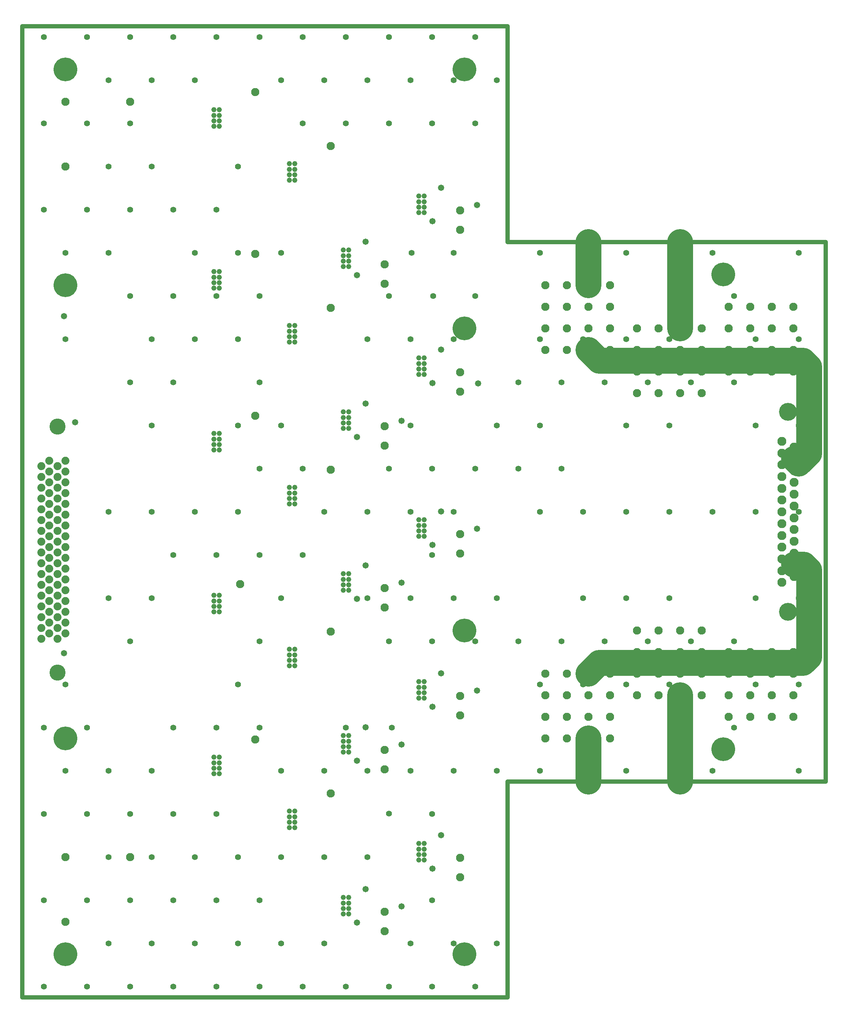
<source format=gbr>
%TF.GenerationSoftware,Altium Limited,Altium Designer,25.0.2 (28)*%
G04 Layer_Physical_Order=5*
G04 Layer_Color=8421376*
%FSLAX45Y45*%
%MOMM*%
%TF.SameCoordinates,BFBE90A8-51B7-47FB-822D-EC39B52C7656*%
%TF.FilePolarity,Negative*%
%TF.FileFunction,Copper,L5,Inr,Plane*%
%TF.Part,Single*%
G01*
G75*
%TA.AperFunction,NonConductor*%
%ADD37C,1.01600*%
%ADD38C,6.09600*%
%TA.AperFunction,ComponentPad*%
%ADD39C,1.87960*%
%ADD40C,3.78460*%
%ADD41C,1.93040*%
%TA.AperFunction,ViaPad*%
%ADD42C,1.93040*%
%TA.AperFunction,ComponentPad*%
%ADD43C,2.10600*%
%ADD44C,4.21600*%
%TA.AperFunction,ViaPad*%
%ADD45C,5.58800*%
%ADD46C,1.42240*%
%ADD47C,1.47320*%
%ADD48C,1.21600*%
D37*
X21463000Y8890000D02*
Y21589999D01*
X13970000D02*
X21463000D01*
X13970000D02*
Y26670001D01*
X2540000D02*
X13970000D01*
X2540000Y3810000D02*
Y26670001D01*
Y3810000D02*
X13970000D01*
Y8890000D01*
X21463000D01*
D38*
X18034000D02*
Y10922000D01*
X20716200Y16486501D02*
X20830200Y16372501D01*
X15875000Y20574001D02*
Y21589999D01*
X15874902Y8889903D02*
Y9905903D01*
X20830200Y16372501D02*
X21069299Y16611600D01*
Y18656300D01*
X20929601Y18796001D02*
X21069299Y18656300D01*
X16128999Y18796001D02*
X20929601D01*
X15875000Y19050000D02*
X16128999Y18796001D01*
X20716200Y13993500D02*
X20944200D01*
X21069299Y13868401D01*
Y11823700D02*
Y13868401D01*
X20929601Y11684000D02*
X21069299Y11823700D01*
X15875000Y11430000D02*
X16128999Y11684000D01*
X20929601D01*
X18034000Y19558000D02*
Y21589999D01*
D39*
X3365500Y12255500D02*
D03*
Y12509500D02*
D03*
X3556000Y12382500D02*
D03*
X3365500Y12763500D02*
D03*
X3556000Y12636500D02*
D03*
X3365500Y13017500D02*
D03*
X3556000Y12890500D02*
D03*
X3365500Y13271500D02*
D03*
X3556000Y13144501D02*
D03*
X3365500Y13525500D02*
D03*
X3556000Y13398500D02*
D03*
X3365500Y13779500D02*
D03*
X3556000Y13652499D02*
D03*
X3365500Y14033501D02*
D03*
X3556000Y13906500D02*
D03*
X3365500Y14287500D02*
D03*
X3556000Y14160500D02*
D03*
X3365500Y14541499D02*
D03*
X3556000Y14414500D02*
D03*
X3365500Y14795500D02*
D03*
X3556000Y14668500D02*
D03*
X3365500Y15049500D02*
D03*
X3556000Y14922501D02*
D03*
X3365500Y15303500D02*
D03*
X3556000Y15176500D02*
D03*
X3365500Y15557500D02*
D03*
X3556000Y15430499D02*
D03*
X3365500Y15811501D02*
D03*
X3556000Y15684500D02*
D03*
X3365500Y16065500D02*
D03*
X3556000Y15938499D02*
D03*
X3365500Y16319501D02*
D03*
X3556000Y16192500D02*
D03*
Y16446500D02*
D03*
X2984500Y12255500D02*
D03*
Y12509500D02*
D03*
X3175000Y12382500D02*
D03*
X2984500Y12763500D02*
D03*
X3175000Y12636500D02*
D03*
X2984500Y13017500D02*
D03*
X3175000Y12890500D02*
D03*
X2984500Y13271500D02*
D03*
X3175000Y13144501D02*
D03*
X2984500Y13525500D02*
D03*
X3175000Y13398500D02*
D03*
X2984500Y13779500D02*
D03*
X3175000Y13652499D02*
D03*
X2984500Y14033501D02*
D03*
X3175000Y13906500D02*
D03*
X2984500Y14287500D02*
D03*
X3175000Y14160500D02*
D03*
X2984500Y14541499D02*
D03*
X3175000Y14414500D02*
D03*
X2984500Y14795500D02*
D03*
X3175000Y14668500D02*
D03*
X2984500Y15049500D02*
D03*
X3175000Y14922501D02*
D03*
X2984500Y15303500D02*
D03*
X3175000Y15176500D02*
D03*
X2984500Y15557500D02*
D03*
X3175000Y15430499D02*
D03*
X2984500Y15811501D02*
D03*
X3175000Y15684500D02*
D03*
X2984500Y16065500D02*
D03*
X3175000Y15938499D02*
D03*
X2984500Y16319501D02*
D03*
X3175000Y16192500D02*
D03*
Y16446500D02*
D03*
D40*
X3365500Y11455400D02*
D03*
Y17246600D02*
D03*
D41*
X16383000Y19050000D02*
D03*
Y19558000D02*
D03*
Y20066000D02*
D03*
Y20574001D02*
D03*
X15875000Y19050000D02*
D03*
Y19558000D02*
D03*
Y20066000D02*
D03*
Y20574001D02*
D03*
X15367000Y19050000D02*
D03*
Y19558000D02*
D03*
Y20066000D02*
D03*
Y20574001D02*
D03*
X14859000Y19050000D02*
D03*
Y19558000D02*
D03*
Y20066000D02*
D03*
Y20574001D02*
D03*
X18542000Y12446000D02*
D03*
Y11938000D02*
D03*
Y11430000D02*
D03*
Y10922000D02*
D03*
X18034000Y12446000D02*
D03*
Y11938000D02*
D03*
Y11430000D02*
D03*
Y10922000D02*
D03*
X17525999Y12446000D02*
D03*
Y11938000D02*
D03*
Y11430000D02*
D03*
Y10922000D02*
D03*
X17017999Y12446000D02*
D03*
Y11938000D02*
D03*
Y11430000D02*
D03*
Y10922000D02*
D03*
X20700999Y11938000D02*
D03*
Y11430000D02*
D03*
Y10922000D02*
D03*
Y10414000D02*
D03*
X20192999Y11938000D02*
D03*
Y11430000D02*
D03*
Y10922000D02*
D03*
Y10414000D02*
D03*
X19685001Y11938000D02*
D03*
Y11430000D02*
D03*
Y10922000D02*
D03*
Y10414000D02*
D03*
X19177000Y11938000D02*
D03*
Y11430000D02*
D03*
Y10922000D02*
D03*
Y10414000D02*
D03*
X20700999Y18542000D02*
D03*
Y19050000D02*
D03*
Y19558000D02*
D03*
Y20066000D02*
D03*
X20192999Y18542000D02*
D03*
Y19050000D02*
D03*
Y19558000D02*
D03*
Y20066000D02*
D03*
X19685001Y18542000D02*
D03*
Y19050000D02*
D03*
Y19558000D02*
D03*
Y20066000D02*
D03*
X19177000Y18542000D02*
D03*
Y19050000D02*
D03*
Y19558000D02*
D03*
Y20066000D02*
D03*
X16383000Y11430000D02*
D03*
Y10922000D02*
D03*
Y10414000D02*
D03*
Y9906000D02*
D03*
X15875000Y11430000D02*
D03*
Y10922000D02*
D03*
Y10414000D02*
D03*
Y9906000D02*
D03*
X15367000Y11430000D02*
D03*
Y10922000D02*
D03*
Y10414000D02*
D03*
Y9906000D02*
D03*
X14859000Y11430000D02*
D03*
Y10922000D02*
D03*
Y10414000D02*
D03*
Y9906000D02*
D03*
X18542000Y18034000D02*
D03*
Y18542000D02*
D03*
Y19050000D02*
D03*
Y19558000D02*
D03*
X18034000Y18034000D02*
D03*
Y18542000D02*
D03*
Y19050000D02*
D03*
Y19558000D02*
D03*
X17525999Y18034000D02*
D03*
Y18542000D02*
D03*
Y19050000D02*
D03*
Y19558000D02*
D03*
X17017999Y18034000D02*
D03*
Y18542000D02*
D03*
Y19050000D02*
D03*
Y19558000D02*
D03*
D42*
X3556000Y7112000D02*
D03*
Y23367999D02*
D03*
Y24892000D02*
D03*
X5080000D02*
D03*
X3556000Y5588000D02*
D03*
X5080000Y7112000D02*
D03*
X7670800Y13538200D02*
D03*
X8026400Y25120599D02*
D03*
X9804400Y23850600D02*
D03*
X8026400Y21310600D02*
D03*
X9804400Y20040601D02*
D03*
X8026400Y17500600D02*
D03*
X9804400Y16230600D02*
D03*
Y12420600D02*
D03*
X8026400Y9880600D02*
D03*
X9804400Y8610600D02*
D03*
X11074400Y5372100D02*
D03*
X12852400Y6642100D02*
D03*
X11074400Y9182100D02*
D03*
X12852400Y10452100D02*
D03*
Y21882100D02*
D03*
X11074400Y20612100D02*
D03*
X12852400Y18072099D02*
D03*
X11074400Y16802100D02*
D03*
X12852400Y14262100D02*
D03*
X11074400Y12992101D02*
D03*
X12852400Y22339301D02*
D03*
Y18529300D02*
D03*
Y14719299D02*
D03*
Y10909300D02*
D03*
Y7099300D02*
D03*
X11074400Y5829300D02*
D03*
Y9639300D02*
D03*
Y21069299D02*
D03*
Y17259300D02*
D03*
Y13449300D02*
D03*
D43*
X20716200Y13716499D02*
D03*
Y13993500D02*
D03*
Y14270500D02*
D03*
Y14547501D02*
D03*
Y14824500D02*
D03*
Y15101500D02*
D03*
Y15378500D02*
D03*
Y15655499D02*
D03*
Y15932500D02*
D03*
Y16209500D02*
D03*
Y16486501D02*
D03*
Y16763499D02*
D03*
X20432201Y13578000D02*
D03*
Y13855000D02*
D03*
Y14132001D02*
D03*
Y14409000D02*
D03*
Y14686000D02*
D03*
Y14963000D02*
D03*
Y16625000D02*
D03*
Y16902000D02*
D03*
Y16071001D02*
D03*
Y16348000D02*
D03*
Y15794000D02*
D03*
Y15517000D02*
D03*
Y15239999D02*
D03*
D44*
X20574200Y17595000D02*
D03*
Y12885001D02*
D03*
D45*
X19050000Y20828000D02*
D03*
Y9652000D02*
D03*
X12953999Y19558000D02*
D03*
Y12446000D02*
D03*
X3556000Y20574001D02*
D03*
Y9906000D02*
D03*
Y25654001D02*
D03*
X12953999D02*
D03*
Y4826000D02*
D03*
X3556000D02*
D03*
D46*
X16037560Y9865360D02*
D03*
X16038831Y9941560D02*
D03*
X16007588Y10010140D02*
D03*
X15948152Y10057130D02*
D03*
X15801848D02*
D03*
X15712440Y9865360D02*
D03*
X15711169Y9941560D02*
D03*
X15742412Y10010140D02*
D03*
X15875000Y10073640D02*
D03*
X15727679Y9712960D02*
D03*
X16022321D02*
D03*
X15727679Y9789160D02*
D03*
X16022321D02*
D03*
Y9636760D02*
D03*
X15727679D02*
D03*
X16038068Y9560560D02*
D03*
X16053816Y9484360D02*
D03*
X16069563Y9408160D02*
D03*
X15711932Y9560560D02*
D03*
X15696184Y9484360D02*
D03*
X15680437Y9408160D02*
D03*
X16069563Y9255760D02*
D03*
Y9331960D02*
D03*
Y9103360D02*
D03*
Y9179560D02*
D03*
Y9027160D02*
D03*
X15680437Y9255760D02*
D03*
Y9331960D02*
D03*
Y9103360D02*
D03*
Y9179560D02*
D03*
Y9027160D02*
D03*
X18181320Y10805160D02*
D03*
X17886681D02*
D03*
X17875504Y9585960D02*
D03*
X17859756Y9509760D02*
D03*
X17844008Y9433560D02*
D03*
X17830800Y9357360D02*
D03*
X18034000Y11089640D02*
D03*
X17901411Y11026140D02*
D03*
X17870171Y10957560D02*
D03*
X17871440Y10881360D02*
D03*
X17960847Y11073130D02*
D03*
X18107152D02*
D03*
X18166588Y11026140D02*
D03*
X18197830Y10957560D02*
D03*
X18196561Y10881360D02*
D03*
X18181320Y10652760D02*
D03*
Y10576560D02*
D03*
Y10500360D02*
D03*
Y10728960D02*
D03*
Y10347960D02*
D03*
Y10271760D02*
D03*
Y10195560D02*
D03*
Y10424160D02*
D03*
Y10043160D02*
D03*
Y9966960D02*
D03*
Y9890760D02*
D03*
Y10119360D02*
D03*
Y9738360D02*
D03*
Y9814560D02*
D03*
X17886681D02*
D03*
Y9738360D02*
D03*
Y10119360D02*
D03*
Y9890760D02*
D03*
Y9966960D02*
D03*
Y10043160D02*
D03*
Y10424160D02*
D03*
Y10195560D02*
D03*
Y10271760D02*
D03*
Y10347960D02*
D03*
Y10728960D02*
D03*
Y10500360D02*
D03*
Y10576560D02*
D03*
Y10652760D02*
D03*
X18181320Y9662160D02*
D03*
X18192496Y9585960D02*
D03*
X18208244Y9509760D02*
D03*
X18223991Y9433560D02*
D03*
X18237199Y9357360D02*
D03*
Y9281160D02*
D03*
Y9204960D02*
D03*
Y9128760D02*
D03*
Y9052560D02*
D03*
Y8976360D02*
D03*
X17886681Y9662160D02*
D03*
X17830800Y9281160D02*
D03*
Y9204960D02*
D03*
Y9128760D02*
D03*
Y9052560D02*
D03*
Y8976360D02*
D03*
X6096000Y14224001D02*
D03*
X3048000Y10160000D02*
D03*
X9144000Y14224001D02*
D03*
X8636000Y21336000D02*
D03*
X16764000Y11176000D02*
D03*
X5080000Y24384000D02*
D03*
X13716000Y25400000D02*
D03*
X3048000Y6096000D02*
D03*
X19812000Y15239999D02*
D03*
X9144000Y26416000D02*
D03*
X8636000Y25400000D02*
D03*
X15239999Y18288000D02*
D03*
X16764000Y17272000D02*
D03*
X6096000Y22352000D02*
D03*
X10160000Y26416000D02*
D03*
X12192000Y4064000D02*
D03*
X16764000Y13208000D02*
D03*
X6604000Y7112000D02*
D03*
X9652000Y9144000D02*
D03*
X3048000Y22352000D02*
D03*
X15748000Y15239999D02*
D03*
X4064000Y10160000D02*
D03*
X17780000Y17272000D02*
D03*
X7620000Y11176000D02*
D03*
X9652000Y7112000D02*
D03*
X15748000Y11176000D02*
D03*
X14732001D02*
D03*
X12192000Y6096000D02*
D03*
X13716000Y17272000D02*
D03*
X20828000D02*
D03*
X10668000Y9144000D02*
D03*
X15239999Y12192000D02*
D03*
X11709400Y21336000D02*
D03*
X19812000Y19303999D02*
D03*
X4572000Y25400000D02*
D03*
X8128000Y6096000D02*
D03*
X20828000Y21336000D02*
D03*
X4572000D02*
D03*
X12192000Y12192000D02*
D03*
X4572000Y23367999D02*
D03*
X11684000Y5080000D02*
D03*
X7620000Y21336000D02*
D03*
X11176000Y8140700D02*
D03*
X5588000Y25400000D02*
D03*
X15239999Y16256000D02*
D03*
X12700000Y21336000D02*
D03*
X8636000Y9144000D02*
D03*
X5080000Y8128000D02*
D03*
X11684000Y9144000D02*
D03*
X4064000Y22352000D02*
D03*
X5588000Y19303999D02*
D03*
X5080000Y4064000D02*
D03*
X11176000Y16256000D02*
D03*
X17780000Y11176000D02*
D03*
X10668000Y19303999D02*
D03*
X7112000Y26416000D02*
D03*
X6096000Y10160000D02*
D03*
X12217400Y20320000D02*
D03*
X14732001Y21336000D02*
D03*
X7620000Y5080000D02*
D03*
X8636000Y7112000D02*
D03*
X5588000Y15239999D02*
D03*
X12192000Y26416000D02*
D03*
X11176000D02*
D03*
X4064000Y24384000D02*
D03*
X7620000Y17272000D02*
D03*
X8128000Y26416000D02*
D03*
X15748000Y13208000D02*
D03*
X20828000Y11176000D02*
D03*
X14224001Y16256000D02*
D03*
X5588000Y13208000D02*
D03*
X7112000Y14224001D02*
D03*
X9652000Y15239999D02*
D03*
X11684000D02*
D03*
X6604000D02*
D03*
X15748000Y19303999D02*
D03*
X5588000Y7112000D02*
D03*
X8128000Y10160000D02*
D03*
X12700000Y5080000D02*
D03*
X7620000Y15239999D02*
D03*
X16256000Y18288000D02*
D03*
X8636000Y17272000D02*
D03*
X5080000Y22352000D02*
D03*
X4064000Y8128000D02*
D03*
X13716000Y13208000D02*
D03*
X5588000Y23367999D02*
D03*
X3048000Y8128000D02*
D03*
X8128000Y4064000D02*
D03*
X14732001Y17272000D02*
D03*
X10668000Y15239999D02*
D03*
X9652000Y5080000D02*
D03*
X7112000Y8128000D02*
D03*
X14732001Y19303999D02*
D03*
X13208000Y4064000D02*
D03*
X17780000Y19303999D02*
D03*
X11176000Y20320000D02*
D03*
X8128000Y14224001D02*
D03*
X10668000Y13208000D02*
D03*
X3556000Y21336000D02*
D03*
X17780000Y15239999D02*
D03*
X13716000Y9144000D02*
D03*
X7112000Y22352000D02*
D03*
X8128000Y18288000D02*
D03*
X14732001Y15239999D02*
D03*
X18288000Y12192000D02*
D03*
X8636000Y5080000D02*
D03*
X14224001Y18288000D02*
D03*
X12192000Y24384000D02*
D03*
X13208000D02*
D03*
X4572000Y5080000D02*
D03*
X6096000Y20320000D02*
D03*
X10668000Y25400000D02*
D03*
X6604000Y19303999D02*
D03*
X5080000Y20320000D02*
D03*
X8128000Y16256000D02*
D03*
X17272000Y12192000D02*
D03*
X4064000Y6096000D02*
D03*
X13208000Y20320000D02*
D03*
X19812000Y11176000D02*
D03*
X11176000Y24384000D02*
D03*
X16764000Y19303999D02*
D03*
X7620000Y7112000D02*
D03*
X12192000Y8128000D02*
D03*
X7112000Y10160000D02*
D03*
X3556000Y11176000D02*
D03*
X19303999Y20320000D02*
D03*
X5588000Y5080000D02*
D03*
X11239500Y10160000D02*
D03*
X8636000Y13208000D02*
D03*
X6096000Y6096000D02*
D03*
X20828000Y19303999D02*
D03*
X19303999Y18288000D02*
D03*
X13208000Y12192000D02*
D03*
X16764000Y9144000D02*
D03*
X12700000D02*
D03*
X18288000Y18288000D02*
D03*
X7112000Y20320000D02*
D03*
X19812000Y13208000D02*
D03*
X5588000Y17272000D02*
D03*
X5080000Y12192000D02*
D03*
X16764000Y15239999D02*
D03*
X3048000Y24384000D02*
D03*
X7620000Y19303999D02*
D03*
X4572000Y13208000D02*
D03*
X11684000D02*
D03*
X10160000Y4064000D02*
D03*
Y24384000D02*
D03*
X13716000Y5080000D02*
D03*
X11684000Y25400000D02*
D03*
X5080000Y6096000D02*
D03*
X19303999Y10160000D02*
D03*
Y12192000D02*
D03*
X7112000Y4064000D02*
D03*
X3556000Y9144000D02*
D03*
X6096000Y8128000D02*
D03*
X7112000Y6096000D02*
D03*
X17780000Y13208000D02*
D03*
X4572000Y9144000D02*
D03*
X8128000Y20320000D02*
D03*
X12192000Y14224001D02*
D03*
X4064000Y4064000D02*
D03*
X13208000Y26416000D02*
D03*
X12700000Y19303999D02*
D03*
X7620000Y23367999D02*
D03*
X9144000Y4064000D02*
D03*
X12700000Y25400000D02*
D03*
X18796001Y21336000D02*
D03*
X5080000Y26416000D02*
D03*
X14224001Y12192000D02*
D03*
X19812000Y17272000D02*
D03*
X4064000Y26416000D02*
D03*
X20828000Y15239999D02*
D03*
X5588000Y9144000D02*
D03*
X11176000Y4064000D02*
D03*
X8128000Y12192000D02*
D03*
X20828000Y9144000D02*
D03*
Y13208000D02*
D03*
X3048000Y26416000D02*
D03*
X3556000Y19303999D02*
D03*
X6604000Y25400000D02*
D03*
X12700000Y15239999D02*
D03*
X13208000Y16256000D02*
D03*
X12700000Y13208000D02*
D03*
X6096000Y26416000D02*
D03*
Y18288000D02*
D03*
X9144000Y16256000D02*
D03*
X10160000Y10160000D02*
D03*
X14732001Y9144000D02*
D03*
X16256000Y12192000D02*
D03*
X9652000Y25400000D02*
D03*
X11176000Y12192000D02*
D03*
X10668000Y7112000D02*
D03*
X6096000Y4064000D02*
D03*
X18796001Y15239999D02*
D03*
X17272000Y18288000D02*
D03*
X3048000Y4064000D02*
D03*
X4572000Y7112000D02*
D03*
X9144000Y24384000D02*
D03*
X12192000Y16256000D02*
D03*
X16764000Y21336000D02*
D03*
X11684000Y17272000D02*
D03*
X6604000Y21336000D02*
D03*
X11684000Y19303999D02*
D03*
X6604000Y5080000D02*
D03*
X4572000Y15239999D02*
D03*
X5080000Y18288000D02*
D03*
X18796001Y9144000D02*
D03*
X16069563Y21452840D02*
D03*
Y21300439D02*
D03*
Y21376640D02*
D03*
Y21148039D02*
D03*
Y21224240D02*
D03*
X15680437Y21452840D02*
D03*
Y21300439D02*
D03*
Y21376640D02*
D03*
Y21148039D02*
D03*
Y21224240D02*
D03*
X16069563Y21071840D02*
D03*
X16053816Y20995641D02*
D03*
X16038068Y20919440D02*
D03*
X15680437Y21071840D02*
D03*
X15696184Y20995641D02*
D03*
X15711932Y20919440D02*
D03*
X16022321Y20843240D02*
D03*
X15727679D02*
D03*
Y20690840D02*
D03*
X16022321D02*
D03*
X15727679Y20767039D02*
D03*
X16022321D02*
D03*
X18237199Y21503641D02*
D03*
Y21427440D02*
D03*
Y21351241D02*
D03*
Y21275040D02*
D03*
Y21198840D02*
D03*
X18181320Y20817841D02*
D03*
X17830800Y21503641D02*
D03*
Y21427440D02*
D03*
Y21351241D02*
D03*
Y21275040D02*
D03*
Y21198840D02*
D03*
Y21122639D02*
D03*
X17844008Y21046440D02*
D03*
X17859756Y20970239D02*
D03*
X17875504Y20894040D02*
D03*
X17886681Y20817841D02*
D03*
X18181320Y19827240D02*
D03*
Y19903439D02*
D03*
Y19979640D02*
D03*
Y19751041D02*
D03*
Y20132040D02*
D03*
Y20208240D02*
D03*
Y20284441D02*
D03*
Y20055840D02*
D03*
Y20436839D02*
D03*
Y20513040D02*
D03*
Y20589240D02*
D03*
Y20360640D02*
D03*
Y20741640D02*
D03*
Y20665440D02*
D03*
X17886681D02*
D03*
Y20741640D02*
D03*
Y20360640D02*
D03*
Y20589240D02*
D03*
Y20513040D02*
D03*
Y20436839D02*
D03*
Y20055840D02*
D03*
Y20284441D02*
D03*
Y20208240D02*
D03*
Y20132040D02*
D03*
Y19751041D02*
D03*
Y19979640D02*
D03*
Y19903439D02*
D03*
Y19827240D02*
D03*
X15875000Y20406360D02*
D03*
X16007588Y20469859D02*
D03*
X16038831Y20538440D02*
D03*
X16037560Y20614639D02*
D03*
X15948152Y20422870D02*
D03*
X15801848D02*
D03*
X15742412Y20469859D02*
D03*
X15711169Y20538440D02*
D03*
X15712440Y20614639D02*
D03*
X17871440Y19598640D02*
D03*
X17870171Y19522440D02*
D03*
X17901411Y19453860D02*
D03*
X17960847Y19406870D02*
D03*
X18107152D02*
D03*
X18196561Y19598640D02*
D03*
X18197830Y19522440D02*
D03*
X18166588Y19453860D02*
D03*
X18034000Y19390359D02*
D03*
X15756636Y11311636D02*
D03*
X15788640Y11573510D02*
D03*
X15733269Y11519408D02*
D03*
X15707614Y11446256D02*
D03*
X15718028Y11369040D02*
D03*
X15814040Y11273028D02*
D03*
X16018510Y11343640D02*
D03*
X15964407Y11288268D02*
D03*
X15891257Y11262614D02*
D03*
X15707614Y19033743D02*
D03*
X15733269Y18960593D02*
D03*
X15788640Y18906490D02*
D03*
X15718028Y19110960D02*
D03*
X15814040Y19206972D02*
D03*
X15891257Y19217386D02*
D03*
X15964407Y19191731D02*
D03*
X16018510Y19136360D02*
D03*
X15756636Y19168364D02*
D03*
X20792609Y18648680D02*
D03*
X20868640D02*
D03*
X20967700Y18943320D02*
D03*
X20816827D02*
D03*
X20893027D02*
D03*
X16244827D02*
D03*
X16778227D02*
D03*
X16854427D02*
D03*
X16930627D02*
D03*
X16549628D02*
D03*
X16625827D02*
D03*
X16702026D02*
D03*
X16473427D02*
D03*
X16071851Y18661888D02*
D03*
X16217645Y18648680D02*
D03*
X16292322D02*
D03*
X16366998D02*
D03*
X16441673D02*
D03*
X16516350D02*
D03*
X16665195D02*
D03*
X16739362D02*
D03*
X16813530D02*
D03*
X16887698D02*
D03*
X16142970D02*
D03*
X16590771D02*
D03*
X18679160Y18943320D02*
D03*
X19046951D02*
D03*
X18826480D02*
D03*
X18900140D02*
D03*
X18973801D02*
D03*
X18752820D02*
D03*
X18859500Y18648680D02*
D03*
X18935699D02*
D03*
X19088100D02*
D03*
X19011900D02*
D03*
X18630901D02*
D03*
X18783299D02*
D03*
X18707100D02*
D03*
X20469859D02*
D03*
X20617180D02*
D03*
X20543520D02*
D03*
X20396201Y18648172D02*
D03*
X20323048Y18648680D02*
D03*
X17856200Y18648172D02*
D03*
X17932401Y18648680D02*
D03*
X17703799D02*
D03*
X17627600D02*
D03*
X17780000D02*
D03*
X18364200Y18648172D02*
D03*
X18440401Y18648680D02*
D03*
X18211800D02*
D03*
X18135600D02*
D03*
X18288000D02*
D03*
X19507201Y18648172D02*
D03*
X19583400Y18648680D02*
D03*
X19354800D02*
D03*
X19278600D02*
D03*
X19431000D02*
D03*
X20447000Y18943320D02*
D03*
X20599400D02*
D03*
X20523199D02*
D03*
X20294600D02*
D03*
X20370799Y18943828D02*
D03*
X19939000Y18943320D02*
D03*
X20091400D02*
D03*
X20015199D02*
D03*
X19786600D02*
D03*
X19862801Y18943828D02*
D03*
X18288000Y18943320D02*
D03*
X18440401D02*
D03*
X18364200D02*
D03*
X18135600D02*
D03*
X18211800Y18943828D02*
D03*
X17780000Y18943320D02*
D03*
X17932401D02*
D03*
X17856200D02*
D03*
X17627600D02*
D03*
X17703799Y18943828D02*
D03*
X17272000Y18943320D02*
D03*
X17424400D02*
D03*
X17348199D02*
D03*
X17119600D02*
D03*
X17195799Y18943828D02*
D03*
X19453860Y18943320D02*
D03*
X19601180D02*
D03*
X19527521D02*
D03*
X19380200Y18942812D02*
D03*
X19307048Y18943320D02*
D03*
X20062952Y18647664D02*
D03*
X19989799Y18648172D02*
D03*
X19842480Y18647664D02*
D03*
X19768820D02*
D03*
X19916141D02*
D03*
X17148048Y18648680D02*
D03*
X17221201Y18648172D02*
D03*
X17368520Y18648680D02*
D03*
X17442180D02*
D03*
X17294859D02*
D03*
X18707100Y11831320D02*
D03*
X18783299D02*
D03*
X18630901Y11831828D02*
D03*
X19011900Y11831320D02*
D03*
X19088100D02*
D03*
X18935699Y11831828D02*
D03*
X18859500Y11831320D02*
D03*
X19916141D02*
D03*
X19768820D02*
D03*
X19842480D02*
D03*
X19989799Y11831828D02*
D03*
X20062952Y11831320D02*
D03*
X19453860Y11536680D02*
D03*
X19601180D02*
D03*
X19527521D02*
D03*
X19380200Y11536172D02*
D03*
X19307048Y11536680D02*
D03*
X16590771Y11831320D02*
D03*
X16142970D02*
D03*
X19354800Y11831828D02*
D03*
X19278600Y11831320D02*
D03*
X19507201D02*
D03*
X19583400D02*
D03*
X19431000D02*
D03*
X18211800Y11831828D02*
D03*
X18135600Y11831320D02*
D03*
X18364200D02*
D03*
X18440401D02*
D03*
X18288000D02*
D03*
X17703799Y11831828D02*
D03*
X17627600Y11831320D02*
D03*
X17856200D02*
D03*
X17932401D02*
D03*
X17780000D02*
D03*
X16887698D02*
D03*
X16813530D02*
D03*
X16739362D02*
D03*
X16665195D02*
D03*
X16516350D02*
D03*
X16441673D02*
D03*
X16366998D02*
D03*
X17348199Y11536172D02*
D03*
X17424400Y11536680D02*
D03*
X17195799D02*
D03*
X17119600D02*
D03*
X17272000D02*
D03*
X20447000D02*
D03*
X20294600D02*
D03*
X20370799D02*
D03*
X20599400D02*
D03*
X20523199Y11536172D02*
D03*
X19939000Y11536680D02*
D03*
X19786600D02*
D03*
X19862801D02*
D03*
X20091400D02*
D03*
X20015199Y11536172D02*
D03*
X17294859Y11831320D02*
D03*
X17442180D02*
D03*
X17368520D02*
D03*
X17148302D02*
D03*
X17221201Y11831828D02*
D03*
X18288000Y11536680D02*
D03*
X18135600D02*
D03*
X18211800D02*
D03*
X18440401D02*
D03*
X18364200Y11536172D02*
D03*
X20323048Y11831320D02*
D03*
X20893027Y11536680D02*
D03*
X20816827D02*
D03*
X20396201Y11830812D02*
D03*
X20543520Y11831320D02*
D03*
X20617180D02*
D03*
X20469859D02*
D03*
X18752820Y11536680D02*
D03*
X18973801D02*
D03*
X18900140D02*
D03*
X18826480D02*
D03*
X19046951D02*
D03*
X18679160D02*
D03*
X17856200Y11536172D02*
D03*
X17932401Y11536680D02*
D03*
X17703799D02*
D03*
X17627600D02*
D03*
X17780000D02*
D03*
X16473427D02*
D03*
X16702026D02*
D03*
X16625827D02*
D03*
X16549628D02*
D03*
X16930627D02*
D03*
X16854427D02*
D03*
X16778227D02*
D03*
X20858479Y16642081D02*
D03*
X20848320Y16344772D02*
D03*
X20924519D02*
D03*
X21000720D02*
D03*
X21068217Y16379378D02*
D03*
X21122098Y16433258D02*
D03*
X21175980Y16487140D02*
D03*
X21221700Y16548100D02*
D03*
Y16624300D02*
D03*
Y16700500D02*
D03*
Y16776700D02*
D03*
Y16852901D02*
D03*
Y16929100D02*
D03*
Y17005299D02*
D03*
Y17081500D02*
D03*
Y17157700D02*
D03*
Y17233900D02*
D03*
Y17310100D02*
D03*
Y17386301D02*
D03*
Y17462500D02*
D03*
Y17538699D02*
D03*
Y17614900D02*
D03*
Y17691100D02*
D03*
Y17767300D02*
D03*
Y17843500D02*
D03*
Y17919701D02*
D03*
Y17995900D02*
D03*
Y18072099D02*
D03*
Y18148300D02*
D03*
Y18224500D02*
D03*
Y18300700D02*
D03*
Y18376900D02*
D03*
Y18453101D02*
D03*
Y18529300D02*
D03*
Y18605499D02*
D03*
X20916901Y16692880D02*
D03*
Y16769080D02*
D03*
Y16845280D02*
D03*
Y16921480D02*
D03*
Y16997681D02*
D03*
Y17073880D02*
D03*
Y17150079D02*
D03*
Y17226280D02*
D03*
Y17302480D02*
D03*
Y17378680D02*
D03*
Y17454880D02*
D03*
Y17531081D02*
D03*
Y17607280D02*
D03*
Y17683479D02*
D03*
Y17759680D02*
D03*
Y17835880D02*
D03*
Y17912080D02*
D03*
Y17988280D02*
D03*
Y18064481D02*
D03*
Y18140680D02*
D03*
Y18216879D02*
D03*
Y18293080D02*
D03*
Y18369279D02*
D03*
Y18445480D02*
D03*
Y18521680D02*
D03*
X21221700Y18681700D02*
D03*
X21195386Y18753735D02*
D03*
X21141502Y18807617D02*
D03*
X21087622Y18861497D02*
D03*
X21033740Y18915379D02*
D03*
X20967700Y11541760D02*
D03*
X20916901Y18597881D02*
D03*
X16014326Y18702492D02*
D03*
X15960445Y18756374D02*
D03*
X16168626Y18964555D02*
D03*
X16060864Y11407682D02*
D03*
X16114745Y11461563D02*
D03*
X15852682Y11615864D02*
D03*
X15906563Y11669745D02*
D03*
Y18810255D02*
D03*
X15852682Y18864136D02*
D03*
X16060864Y19072318D02*
D03*
X16114745Y19018437D02*
D03*
X20822920Y14135226D02*
D03*
X20899120D02*
D03*
X20975320D02*
D03*
X21150038Y13993402D02*
D03*
X21042274Y14101164D02*
D03*
X21096156Y14047282D02*
D03*
X20850861Y13832840D02*
D03*
X20916901Y13792200D02*
D03*
Y13716000D02*
D03*
Y13639799D02*
D03*
Y13563600D02*
D03*
Y13487399D02*
D03*
Y13411200D02*
D03*
Y13335001D02*
D03*
Y13258800D02*
D03*
Y13182600D02*
D03*
Y13106400D02*
D03*
Y13030200D02*
D03*
Y12953999D02*
D03*
Y12877800D02*
D03*
Y12801601D02*
D03*
Y12725400D02*
D03*
Y12649200D02*
D03*
Y12573000D02*
D03*
Y12496800D02*
D03*
Y12420600D02*
D03*
Y12344400D02*
D03*
Y12268200D02*
D03*
Y12192000D02*
D03*
Y12115800D02*
D03*
Y12039600D02*
D03*
Y11963400D02*
D03*
X21203920Y13939520D02*
D03*
X21221700Y13868401D02*
D03*
Y13792200D02*
D03*
Y13716000D02*
D03*
Y13639799D02*
D03*
Y13563600D02*
D03*
Y13487399D02*
D03*
Y13411200D02*
D03*
Y13335001D02*
D03*
Y13258800D02*
D03*
Y13182600D02*
D03*
Y13106400D02*
D03*
Y13030200D02*
D03*
Y12953999D02*
D03*
Y12877800D02*
D03*
Y12801601D02*
D03*
Y12725400D02*
D03*
Y12649200D02*
D03*
Y12573000D02*
D03*
Y12496800D02*
D03*
Y12420600D02*
D03*
Y12344400D02*
D03*
Y12268200D02*
D03*
Y12192000D02*
D03*
Y12115800D02*
D03*
Y12039600D02*
D03*
Y11963400D02*
D03*
Y11887200D02*
D03*
X21023108Y11585482D02*
D03*
X21076990Y11639363D02*
D03*
X21184753Y11747126D02*
D03*
X21130872Y11693245D02*
D03*
X21221700Y11811000D02*
D03*
X20916901Y11887200D02*
D03*
X20868640Y11831320D02*
D03*
X20792609D02*
D03*
X16244827Y11536680D02*
D03*
X16292322Y11831320D02*
D03*
X16217645D02*
D03*
X16071851Y11818620D02*
D03*
X16169640Y11516360D02*
D03*
X15960445Y11723627D02*
D03*
X16014326Y11777508D02*
D03*
X18237199Y21122639D02*
D03*
X18223991Y21046440D02*
D03*
X18208244Y20970239D02*
D03*
X18192496Y20894040D02*
D03*
X18181320Y19674840D02*
D03*
X17886681D02*
D03*
D47*
X13271500Y18262601D02*
D03*
X3517900Y19850101D02*
D03*
X11468100Y5956300D02*
D03*
Y9766300D02*
D03*
X13246100Y11036300D02*
D03*
X11468100Y13576300D02*
D03*
X13246100Y22466299D02*
D03*
X11468100Y17386301D02*
D03*
X13246100Y14846300D02*
D03*
X10417600Y5575300D02*
D03*
X10628300Y6362700D02*
D03*
X12195600Y6845300D02*
D03*
X12406300Y7632700D02*
D03*
X10417600Y9385300D02*
D03*
X10628300Y10172700D02*
D03*
X12195600Y10655300D02*
D03*
X12406300Y11442700D02*
D03*
X10417600Y13195300D02*
D03*
X10628300Y13982700D02*
D03*
X12195600Y14465300D02*
D03*
X12406300Y15252699D02*
D03*
X10417090Y17005811D02*
D03*
X10628300Y17792700D02*
D03*
X12195090Y18275810D02*
D03*
X12406300Y19062700D02*
D03*
X10417600Y20815300D02*
D03*
X10628300Y21602699D02*
D03*
X12195600Y22085300D02*
D03*
X12406300Y22872701D02*
D03*
X3517900Y11912600D02*
D03*
X3784600Y17348199D02*
D03*
D48*
X12003000Y7044000D02*
D03*
X11873000D02*
D03*
X12003000Y7434000D02*
D03*
X11873000D02*
D03*
X12003000Y7304000D02*
D03*
X11873000D02*
D03*
X12003000Y7174000D02*
D03*
X11873000D02*
D03*
X12003000Y10854000D02*
D03*
X11873000D02*
D03*
X12003000Y11244000D02*
D03*
X11873000D02*
D03*
X12003000Y11114000D02*
D03*
X11873000D02*
D03*
X12003000Y10984000D02*
D03*
X11873000D02*
D03*
X12003000Y22284000D02*
D03*
X11873000D02*
D03*
X12003000Y22674001D02*
D03*
X11873000D02*
D03*
X12003000Y22544000D02*
D03*
X11873000D02*
D03*
X12003000Y22414000D02*
D03*
X11873000D02*
D03*
X12003000Y18474001D02*
D03*
X11873000D02*
D03*
X12003000Y18864000D02*
D03*
X11873000D02*
D03*
X12003000Y18734000D02*
D03*
X11873000D02*
D03*
X12003000Y18603999D02*
D03*
X11873000D02*
D03*
X12003000Y14664000D02*
D03*
X11873000D02*
D03*
X12003000Y15053999D02*
D03*
X11873000D02*
D03*
X12003000Y14924001D02*
D03*
X11873000D02*
D03*
X12003000Y14794000D02*
D03*
X11873000D02*
D03*
X8955000Y8196000D02*
D03*
X8825000D02*
D03*
X8955000Y7806000D02*
D03*
X8825000D02*
D03*
X8955000Y7936000D02*
D03*
X8825000D02*
D03*
X8955000Y8066000D02*
D03*
X8825000D02*
D03*
X8955000Y23436000D02*
D03*
X8825000D02*
D03*
X8955000Y23046001D02*
D03*
X8825000D02*
D03*
X8955000Y23175999D02*
D03*
X8825000D02*
D03*
X8955000Y23306000D02*
D03*
X8825000D02*
D03*
X8955000Y19625999D02*
D03*
X8825000D02*
D03*
X8955000Y19236000D02*
D03*
X8825000D02*
D03*
X8955000Y19366000D02*
D03*
X8825000D02*
D03*
X8955000Y19496001D02*
D03*
X8825000D02*
D03*
X8955000Y12006000D02*
D03*
X8825000D02*
D03*
X8955000Y11616000D02*
D03*
X8825000D02*
D03*
X8955000Y11746000D02*
D03*
X8825000D02*
D03*
X8955000Y11876000D02*
D03*
X8825000D02*
D03*
X8955000Y15816000D02*
D03*
X8825000D02*
D03*
X8955000Y15425999D02*
D03*
X8825000D02*
D03*
X8955000Y15556000D02*
D03*
X8825000D02*
D03*
X8955000Y15686000D02*
D03*
X8825000D02*
D03*
X10225000Y5774000D02*
D03*
X10095000D02*
D03*
X10225000Y6164000D02*
D03*
X10095000D02*
D03*
X10225000Y6034000D02*
D03*
X10095000D02*
D03*
X10225000Y5904000D02*
D03*
X10095000D02*
D03*
X10225000Y9584000D02*
D03*
X10095000D02*
D03*
X10225000Y9974000D02*
D03*
X10095000D02*
D03*
X10225000Y9844000D02*
D03*
X10095000D02*
D03*
X10225000Y9714000D02*
D03*
X10095000D02*
D03*
X10225000Y21014000D02*
D03*
X10095000D02*
D03*
X10225000Y21403999D02*
D03*
X10095000D02*
D03*
X10225000Y21274001D02*
D03*
X10095000D02*
D03*
X10225000Y21144000D02*
D03*
X10095000D02*
D03*
X10225000Y17203999D02*
D03*
X10095000D02*
D03*
X10225000Y17594000D02*
D03*
X10095000D02*
D03*
X10225000Y17464000D02*
D03*
X10095000D02*
D03*
X10225000Y17334000D02*
D03*
X10095000D02*
D03*
X10225000Y13394000D02*
D03*
X10095000D02*
D03*
X10225000Y13784000D02*
D03*
X10095000D02*
D03*
X10225000Y13653999D02*
D03*
X10095000D02*
D03*
X10225000Y13524001D02*
D03*
X10095000D02*
D03*
X7177000Y24706000D02*
D03*
X7047000D02*
D03*
X7177000Y24316000D02*
D03*
X7047000D02*
D03*
X7177000Y24446001D02*
D03*
X7047000D02*
D03*
X7177000Y24575999D02*
D03*
X7047000D02*
D03*
X7177000Y20896001D02*
D03*
X7047000D02*
D03*
X7177000Y20506000D02*
D03*
X7047000D02*
D03*
X7177000Y20636000D02*
D03*
X7047000D02*
D03*
X7177000Y20766000D02*
D03*
X7047000D02*
D03*
X7177000Y9466000D02*
D03*
X7047000D02*
D03*
X7177000Y9076000D02*
D03*
X7047000D02*
D03*
X7177000Y9206000D02*
D03*
X7047000D02*
D03*
X7177000Y9336000D02*
D03*
X7047000D02*
D03*
X7177000Y13275999D02*
D03*
X7047000D02*
D03*
X7177000Y12886000D02*
D03*
X7047000D02*
D03*
X7177000Y13016000D02*
D03*
X7047000D02*
D03*
X7177000Y13146001D02*
D03*
X7047000D02*
D03*
X7177000Y17086000D02*
D03*
X7047000D02*
D03*
X7177000Y16696001D02*
D03*
X7047000D02*
D03*
X7177000Y16825999D02*
D03*
X7047000D02*
D03*
X7177000Y16956000D02*
D03*
X7047000D02*
D03*
%TF.MD5,66b6053da5215fba7010975b10f2b860*%
M02*

</source>
